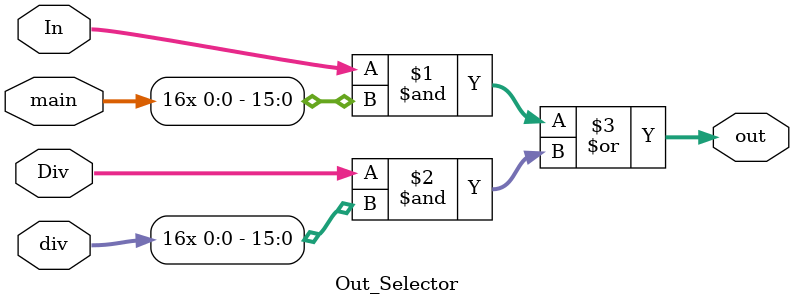
<source format=v>
`timescale 1ns / 1ps


module Out_Selector(
    input [15:0] In, 
    input [15:0] Div,
    input main, div, 
    output [15:0] out
    );
    
    assign out = (In[15:0]&{16{main}})|(Div[15:0]&{16{div}}); 
    
endmodule

</source>
